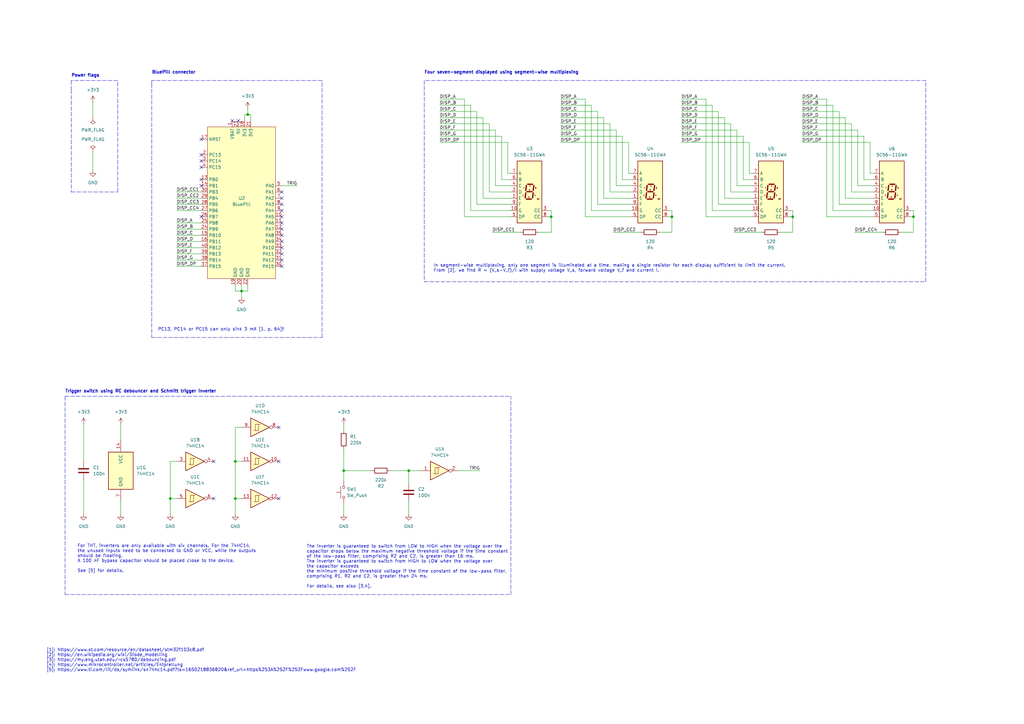
<source format=kicad_sch>
(kicad_sch (version 20211123) (generator eeschema)
  (paper "A3")
  (title_block (title "BluePill Stopwatch") (date "2022-04-15") (rev "0.0.1") (company "Bodo Kaiser"))
  (lib_symbols
    (symbol "74xx:74HC14" (pin_names (offset 1.016))
      (property "Reference" "U" (at 0 1.27 0))
      (property "Value" "74HC14" (at 0 -1.27 0))
      (symbol "74HC14_1_0"
        (polyline (pts (xy -3.81 3.81) (xy -3.81 -3.81) (xy 3.81 0) (xy -3.81 3.81)) (stroke (width 0.254)) (fill (type background)))
        (pin input line (at -7.62 0 0) (length 3.81) (name "~") (number "1"))
        (pin output inverted (at 7.62 0 180) (length 3.81) (name "~") (number "2"))
      )
      (symbol "74HC14_1_1"
        (polyline (pts (xy -1.905 -1.27) (xy -1.905 1.27) (xy -0.635 1.27)))
        (polyline (pts (xy -2.54 -1.27) (xy -0.635 -1.27) (xy -0.635 1.27) (xy 0 1.27)))
      )
      (symbol "74HC14_2_0"
        (polyline (pts (xy -3.81 3.81) (xy -3.81 -3.81) (xy 3.81 0) (xy -3.81 3.81)) (stroke (width 0.254)) (fill (type background)))
        (pin input line (at -7.62 0 0) (length 3.81) (name "~") (number "3"))
        (pin output inverted (at 7.62 0 180) (length 3.81) (name "~") (number "4"))
      )
      (symbol "74HC14_2_1"
        (polyline (pts (xy -1.905 -1.27) (xy -1.905 1.27) (xy -0.635 1.27)))
        (polyline (pts (xy -2.54 -1.27) (xy -0.635 -1.27) (xy -0.635 1.27) (xy 0 1.27)))
      )
      (symbol "74HC14_3_0"
        (polyline (pts (xy -3.81 3.81) (xy -3.81 -3.81) (xy 3.81 0) (xy -3.81 3.81)) (stroke (width 0.254)) (fill (type background)))
        (pin input line (at -7.62 0 0) (length 3.81) (name "~") (number "5"))
        (pin output inverted (at 7.62 0 180) (length 3.81) (name "~") (number "6"))
      )
      (symbol "74HC14_3_1"
        (polyline (pts (xy -1.905 -1.27) (xy -1.905 1.27) (xy -0.635 1.27)))
        (polyline (pts (xy -2.54 -1.27) (xy -0.635 -1.27) (xy -0.635 1.27) (xy 0 1.27)))
      )
      (symbol "74HC14_4_0"
        (polyline (pts (xy -3.81 3.81) (xy -3.81 -3.81) (xy 3.81 0) (xy -3.81 3.81)) (stroke (width 0.254)) (fill (type background)))
        (pin output inverted (at 7.62 0 180) (length 3.81) (name "~") (number "8"))
        (pin input line (at -7.62 0 0) (length 3.81) (name "~") (number "9"))
      )
      (symbol "74HC14_4_1"
        (polyline (pts (xy -1.905 -1.27) (xy -1.905 1.27) (xy -0.635 1.27)))
        (polyline (pts (xy -2.54 -1.27) (xy -0.635 -1.27) (xy -0.635 1.27) (xy 0 1.27)))
      )
      (symbol "74HC14_5_0"
        (polyline (pts (xy -3.81 3.81) (xy -3.81 -3.81) (xy 3.81 0) (xy -3.81 3.81)) (stroke (width 0.254)) (fill (type background)))
        (pin output inverted (at 7.62 0 180) (length 3.81) (name "~") (number "10"))
        (pin input line (at -7.62 0 0) (length 3.81) (name "~") (number "11"))
      )
      (symbol "74HC14_5_1"
        (polyline (pts (xy -1.905 -1.27) (xy -1.905 1.27) (xy -0.635 1.27)))
        (polyline (pts (xy -2.54 -1.27) (xy -0.635 -1.27) (xy -0.635 1.27) (xy 0 1.27)))
      )
      (symbol "74HC14_6_0"
        (polyline (pts (xy -3.81 3.81) (xy -3.81 -3.81) (xy 3.81 0) (xy -3.81 3.81)) (stroke (width 0.254)) (fill (type background)))
        (pin output inverted (at 7.62 0 180) (length 3.81) (name "~") (number "12"))
        (pin input line (at -7.62 0 0) (length 3.81) (name "~") (number "13"))
      )
      (symbol "74HC14_6_1"
        (polyline (pts (xy -1.905 -1.27) (xy -1.905 1.27) (xy -0.635 1.27)))
        (polyline (pts (xy -2.54 -1.27) (xy -0.635 -1.27) (xy -0.635 1.27) (xy 0 1.27)))
      )
      (symbol "74HC14_7_0"
        (pin power_in line (at 0 12.7 270) (length 5.08) (name "VCC") (number "14"))
        (pin power_in line (at 0 -12.7 90) (length 5.08) (name "GND") (number "7"))
      )
      (symbol "74HC14_7_1"
        (rectangle (start -5.08 7.62) (end 5.08 -7.62) (stroke (width 0.254)) (fill (type background)))
      )
    )
    (symbol "Custom:BluePill"
      (property "Reference" "U" (at 0 1.27 0))
      (property "Value" "BluePill" (at 0 -1.27 0))
      (symbol "BluePill_0_1"
        (rectangle (start -13.97 30.48) (end 13.97 -31.75) (fill (type background)))
      )
      (symbol "BluePill_1_1"
        (pin power_in line (at -3.81 33.02 270) (length 2.54) (name "VBAT") (number "1"))
        (pin bidirectional line (at 16.51 -6.35 180) (length 2.54) (name "PA5") (number "10"))
        (pin bidirectional line (at 16.51 -8.89 180) (length 2.54) (name "PA6") (number "11"))
        (pin bidirectional line (at 16.51 -11.43 180) (length 2.54) (name "PA7") (number "12"))
        (pin bidirectional line (at -16.51 8.89 0) (length 2.54) (name "PB0") (number "13"))
        (pin bidirectional line (at -16.51 6.35 0) (length 2.54) (name "PB1") (number "14"))
        (pin bidirectional line (at -16.51 -13.97 0) (length 2.54) (name "PB10") (number "15"))
        (pin bidirectional line (at -16.51 -16.51 0) (length 2.54) (name "PB11") (number "16"))
        (pin input line (at -16.51 25.4 0) (length 2.54) (name "NRST") (number "17"))
        (pin power_in line (at 1.27 33.02 270) (length 2.54) (name "3V3") (number "18"))
        (pin power_in line (at -2.54 -34.29 90) (length 2.54) (name "GND") (number "19"))
        (pin bidirectional line (at -16.51 19.05 0) (length 2.54) (name "PC13") (number "2"))
        (pin power_in line (at 0 -34.29 90) (length 2.54) (name "GND") (number "20"))
        (pin power_in line (at 3.81 33.02 270) (length 2.54) (name "3V3") (number "21"))
        (pin power_in line (at 2.54 -34.29 90) (length 2.54) (name "GND") (number "22"))
        (pin power_in line (at -1.27 33.02 270) (length 2.54) (name "5V") (number "23"))
        (pin bidirectional line (at -16.51 -11.43 0) (length 2.54) (name "PB9") (number "24"))
        (pin bidirectional line (at -16.51 -8.89 0) (length 2.54) (name "PB8") (number "25"))
        (pin bidirectional line (at -16.51 -6.35 0) (length 2.54) (name "PB7") (number "26"))
        (pin bidirectional line (at -16.51 -3.81 0) (length 2.54) (name "PB6") (number "27"))
        (pin bidirectional line (at -16.51 -1.27 0) (length 2.54) (name "PB5") (number "28"))
        (pin bidirectional line (at -16.51 1.27 0) (length 2.54) (name "PB4") (number "29"))
        (pin bidirectional line (at -16.51 16.51 0) (length 2.54) (name "PC14") (number "3"))
        (pin bidirectional line (at 16.51 -26.67 180) (length 2.54) (name "PA15") (number "30"))
        (pin bidirectional line (at -16.51 3.81 0) (length 2.54) (name "PB3") (number "30"))
        (pin bidirectional line (at 16.51 -24.13 180) (length 2.54) (name "PA12") (number "31"))
        (pin bidirectional line (at 16.51 -21.59 180) (length 2.54) (name "PA11") (number "32"))
        (pin bidirectional line (at 16.51 -19.05 180) (length 2.54) (name "PA10") (number "33"))
        (pin bidirectional line (at 16.51 -16.51 180) (length 2.54) (name "PA9") (number "34"))
        (pin bidirectional line (at 16.51 -13.97 180) (length 2.54) (name "PA8") (number "35"))
        (pin bidirectional line (at -16.51 -26.67 0) (length 2.54) (name "PB15") (number "37"))
        (pin bidirectional line (at -16.51 -24.13 0) (length 2.54) (name "PB14") (number "38"))
        (pin bidirectional line (at -16.51 -21.59 0) (length 2.54) (name "PB13") (number "39"))
        (pin bidirectional line (at -16.51 13.97 0) (length 2.54) (name "PC15") (number "4"))
        (pin bidirectional line (at -16.51 -19.05 0) (length 2.54) (name "PB12") (number "40"))
        (pin bidirectional line (at 16.51 6.35 180) (length 2.54) (name "PA0") (number "5"))
        (pin bidirectional line (at 16.51 3.81 180) (length 2.54) (name "PA1") (number "6"))
        (pin bidirectional line (at 16.51 1.27 180) (length 2.54) (name "PA2") (number "7"))
        (pin bidirectional line (at 16.51 -1.27 180) (length 2.54) (name "PA3") (number "8"))
        (pin bidirectional line (at 16.51 -3.81 180) (length 2.54) (name "PA4") (number "9"))
      )
    )
    (symbol "Custom:SC56-11GWA"
      (property "Reference" "U" (at -5.08 13.97 0))
      (property "Value" "SC56-11GWA" (at 5.08 13.97 0))
      (symbol "SC56-11GWA_1_0"
        (text "A" (at 0.254 2.413 0) (effects (font (size 0.508 0.508))))
        (text "B" (at 2.54 1.651 0) (effects (font (size 0.508 0.508))))
        (text "C" (at 2.286 -1.397 0) (effects (font (size 0.508 0.508))))
        (text "D" (at -0.254 -2.159 0) (effects (font (size 0.508 0.508))))
        (text "DP" (at 3.556 -2.921 0) (effects (font (size 0.508 0.508))))
        (text "E" (at -2.54 -1.397 0) (effects (font (size 0.508 0.508))))
        (text "F" (at -2.286 1.651 0) (effects (font (size 0.508 0.508))))
        (text "G" (at 0 0.889 0) (effects (font (size 0.508 0.508))))
      )
      (symbol "SC56-11GWA_1_1"
        (rectangle (start -5.08 12.7) (end 5.08 -12.7) (stroke (width 0.254)) (fill (type background)))
        (polyline (pts (xy -1.524 -0.381) (xy -1.778 -2.413)) (stroke (width 0.508)))
        (polyline (pts (xy -1.27 -2.921) (xy 0.762 -2.921)) (stroke (width 0.508)))
        (polyline (pts (xy -1.27 2.667) (xy -1.524 0.635)) (stroke (width 0.508)))
        (polyline (pts (xy -1.016 0.127) (xy 1.016 0.127)) (stroke (width 0.508)))
        (polyline (pts (xy -0.762 3.175) (xy 1.27 3.175)) (stroke (width 0.508)))
        (polyline (pts (xy 1.524 -0.381) (xy 1.27 -2.413)) (stroke (width 0.508)))
        (polyline (pts (xy 1.778 2.667) (xy 1.524 0.635)) (stroke (width 0.508)))
        (polyline (pts (xy 2.54 -2.921) (xy 2.54 -2.921)) (stroke (width 0.508)))
        (pin input line (at -7.62 -2.54 0) (length 2.54) (name "E") (number "1"))
        (pin input line (at -7.62 -7.62 0) (length 2.54) (name "G") (number "10"))
        (pin input line (at -7.62 0 0) (length 2.54) (name "D") (number "2"))
        (pin input line (at 7.62 -7.62 180) (length 2.54) (name "CC") (number "3"))
        (pin input line (at -7.62 2.54 0) (length 2.54) (name "C") (number "4"))
        (pin input line (at -7.62 -10.16 0) (length 2.54) (name "DP") (number "5"))
        (pin input line (at -7.62 5.08 0) (length 2.54) (name "B") (number "6"))
        (pin input line (at -7.62 7.62 0) (length 2.54) (name "A") (number "7"))
        (pin input line (at 7.62 -10.16 180) (length 2.54) (name "CC") (number "8"))
        (pin input line (at -7.62 -5.08 0) (length 2.54) (name "F") (number "9"))
      )
    )
    (symbol "Device:C" (pin_numbers hide) (pin_names (offset 0.254))
      (property "Reference" "C" (at 0.635 2.54 0))
      (property "Value" "C" (at 0.635 -2.54 0))
      (symbol "C_0_1"
        (polyline (pts (xy -2.032 -0.762) (xy 2.032 -0.762)) (stroke (width 0.508)))
        (polyline (pts (xy -2.032 0.762) (xy 2.032 0.762)) (stroke (width 0.508)))
      )
      (symbol "C_1_1"
        (pin passive line (at 0 3.81 270) (length 2.794) (name "~") (number "1"))
        (pin passive line (at 0 -3.81 90) (length 2.794) (name "~") (number "2"))
      )
    )
    (symbol "Device:R" (pin_numbers hide) (pin_names (offset 0))
      (property "Reference" "R" (at 2.032 0 90))
      (property "Value" "R" (at 0 0 90))
      (symbol "R_0_1"
        (rectangle (start -1.016 -2.54) (end 1.016 2.54) (stroke (width 0.254)))
      )
      (symbol "R_1_1"
        (pin passive line (at 0 3.81 270) (length 1.27) (name "~") (number "1"))
        (pin passive line (at 0 -3.81 90) (length 1.27) (name "~") (number "2"))
      )
    )
    (symbol "Switch:SW_Push" (pin_numbers hide) (pin_names (offset 1.016) hide)
      (property "Reference" "SW" (at 1.27 2.54 0))
      (property "Value" "SW_Push" (at 0 -1.524 0))
      (symbol "SW_Push_0_1"
        (circle (center -2.032 0) (radius 0.508))
        (polyline (pts (xy 0 1.27) (xy 0 3.048)))
        (polyline (pts (xy 2.54 1.27) (xy -2.54 1.27)))
        (circle (center 2.032 0) (radius 0.508))
        (pin passive line (at -5.08 0 0) (length 2.54) (name "1") (number "1"))
        (pin passive line (at 5.08 0 180) (length 2.54) (name "2") (number "2"))
      )
    )
    (symbol "power:+3.3V" (power) (pin_names (offset 0))
      (property "Value" "+3.3V" (at 0 3.556 0))
      (symbol "+3.3V_0_1"
        (polyline (pts (xy -0.762 1.27) (xy 0 2.54)))
        (polyline (pts (xy 0 0) (xy 0 2.54)))
        (polyline (pts (xy 0 2.54) (xy 0.762 1.27)))
      )
      (symbol "+3.3V_1_1"
        (pin power_in line (at 0 0 90) (length 0) hide (name "+3V3") (number "1"))
      )
    )
    (symbol "power:GND" (power) (pin_names (offset 0))
      (property "Value" "GND" (at 0 -3.81 0))
      (symbol "GND_0_1"
        (polyline (pts (xy 0 0) (xy 0 -1.27) (xy 1.27 -1.27) (xy 0 -2.54) (xy -1.27 -1.27) (xy 0 -1.27)))
      )
      (symbol "GND_1_1"
        (pin power_in line (at 0 0 270) (length 0) hide (name "GND") (number "1"))
      )
    )
    (symbol "power:PWR_FLAG" (power) (pin_numbers hide) (pin_names (offset 0) hide)
      (property "Value" "PWR_FLAG" (at 0 3.81 0))
      (symbol "PWR_FLAG_0_0"
        (pin power_out line (at 0 0 90) (length 0) (name "pwr") (number "1"))
      )
      (symbol "PWR_FLAG_0_1"
        (polyline (pts (xy 0 0) (xy 0 1.27) (xy -1.016 1.905) (xy 0 2.54) (xy 1.016 1.905) (xy 0 1.27)))
      )
    )
  )
  (junction (at 325.12 88.9))
  (junction (at 275.59 88.9))
  (junction (at 167.64 193.04))
  (junction (at 226.06 88.9))
  (junction (at 96.52 204.47))
  (junction (at 140.97 193.04))
  (junction (at 69.85 204.47))
  (junction (at 96.52 189.23))
  (junction (at 99.06 119.38))
  (junction (at 101.6 46.99))
  (junction (at 374.65 88.9))
  (no_connect (at 114.3 175.26))
  (no_connect (at 114.3 204.47))
  (no_connect (at 87.63 204.47))
  (no_connect (at 87.63 189.23))
  (no_connect (at 115.57 109.22))
  (no_connect (at 115.57 78.74))
  (no_connect (at 82.55 76.2))
  (no_connect (at 82.55 68.58))
  (no_connect (at 82.55 73.66))
  (no_connect (at 82.55 66.04))
  (no_connect (at 82.55 63.5))
  (no_connect (at 97.79 49.53))
  (no_connect (at 95.25 49.53))
  (no_connect (at 82.55 57.15))
  (no_connect (at 82.55 88.9))
  (no_connect (at 115.57 96.52))
  (no_connect (at 115.57 101.6))
  (no_connect (at 115.57 99.06))
  (no_connect (at 115.57 104.14))
  (no_connect (at 115.57 106.68))
  (no_connect (at 115.57 88.9))
  (no_connect (at 115.57 93.98))
  (no_connect (at 115.57 91.44))
  (no_connect (at 115.57 86.36))
  (no_connect (at 115.57 83.82))
  (no_connect (at 115.57 81.28))
  (no_connect (at 114.3 189.23))
  (wire (pts (xy 72.39 81.28) (xy 82.55 81.28)))
  (wire (pts (xy 351.79 76.2) (xy 351.79 53.34)))
  (wire (pts (xy 308.61 88.9) (xy 289.56 88.9)))
  (wire (pts (xy 279.4 53.34) (xy 302.26 53.34)))
  (wire (pts (xy 72.39 109.22) (xy 82.55 109.22)))
  (wire (pts (xy 140.97 207.01) (xy 140.97 210.82)))
  (wire (pts (xy 69.85 204.47) (xy 72.39 204.47)))
  (wire (pts (xy 252.73 76.2) (xy 252.73 53.34)))
  (wire (pts (xy 208.28 71.12) (xy 208.28 58.42)))
  (polyline (pts (xy 209.55 243.84) (xy 209.55 162.56)))
  (wire (pts (xy 308.61 86.36) (xy 292.1 86.36)))
  (wire (pts (xy 279.4 58.42) (xy 307.34 58.42)))
  (wire (pts (xy 229.87 43.18) (xy 242.57 43.18)))
  (wire (pts (xy 49.53 173.99) (xy 49.53 180.34)))
  (wire (pts (xy 325.12 88.9) (xy 325.12 95.25)))
  (wire (pts (xy 72.39 96.52) (xy 82.55 96.52)))
  (wire (pts (xy 328.93 43.18) (xy 341.63 43.18)))
  (wire (pts (xy 299.72 78.74) (xy 299.72 50.8)))
  (wire (pts (xy 101.6 44.45) (xy 101.6 46.99)))
  (wire (pts (xy 72.39 91.44) (xy 82.55 91.44)))
  (wire (pts (xy 72.39 93.98) (xy 82.55 93.98)))
  (wire (pts (xy 308.61 83.82) (xy 294.64 83.82)))
  (wire (pts (xy 374.65 88.9) (xy 373.38 88.9)))
  (polyline (pts (xy 29.21 33.02) (xy 29.21 36.83)))
  (polyline (pts (xy 29.21 78.74) (xy 48.26 78.74)))
  (polyline (pts (xy 62.23 34.29) (xy 62.23 138.43)))
  (wire (pts (xy 242.57 86.36) (xy 242.57 43.18)))
  (wire (pts (xy 229.87 53.34) (xy 252.73 53.34)))
  (wire (pts (xy 99.06 189.23) (xy 96.52 189.23)))
  (wire (pts (xy 358.14 71.12) (xy 356.87 71.12)))
  (wire (pts (xy 308.61 81.28) (xy 297.18 81.28)))
  (wire (pts (xy 341.63 86.36) (xy 341.63 43.18)))
  (wire (pts (xy 72.39 104.14) (xy 82.55 104.14)))
  (wire (pts (xy 328.93 48.26) (xy 346.71 48.26)))
  (polyline (pts (xy 26.67 162.56) (xy 26.67 243.84)))
  (wire (pts (xy 72.39 189.23) (xy 69.85 189.23)))
  (wire (pts (xy 250.19 78.74) (xy 250.19 50.8)))
  (wire (pts (xy 69.85 204.47) (xy 69.85 210.82)))
  (wire (pts (xy 323.85 86.36) (xy 325.12 86.36)))
  (wire (pts (xy 198.12 81.28) (xy 198.12 48.26)))
  (wire (pts (xy 100.33 46.99) (xy 101.6 46.99)))
  (wire (pts (xy 279.4 55.88) (xy 304.8 55.88)))
  (wire (pts (xy 308.61 73.66) (xy 304.8 73.66)))
  (wire (pts (xy 229.87 45.72) (xy 245.11 45.72)))
  (wire (pts (xy 279.4 43.18) (xy 292.1 43.18)))
  (polyline (pts (xy 173.99 33.02) (xy 173.99 115.57)))
  (wire (pts (xy 180.34 45.72) (xy 195.58 45.72)))
  (wire (pts (xy 209.55 83.82) (xy 195.58 83.82)))
  (wire (pts (xy 38.1 62.23) (xy 38.1 69.85)))
  (wire (pts (xy 274.32 86.36) (xy 275.59 86.36)))
  (wire (pts (xy 72.39 78.74) (xy 82.55 78.74)))
  (wire (pts (xy 34.29 196.85) (xy 34.29 210.82)))
  (wire (pts (xy 259.08 73.66) (xy 255.27 73.66)))
  (polyline (pts (xy 132.08 33.02) (xy 62.23 33.02)))
  (wire (pts (xy 369.57 95.25) (xy 374.65 95.25)))
  (wire (pts (xy 294.64 83.82) (xy 294.64 45.72)))
  (wire (pts (xy 203.2 76.2) (xy 203.2 53.34)))
  (wire (pts (xy 297.18 81.28) (xy 297.18 48.26)))
  (wire (pts (xy 255.27 73.66) (xy 255.27 55.88)))
  (wire (pts (xy 279.4 50.8) (xy 299.72 50.8)))
  (wire (pts (xy 270.51 95.25) (xy 275.59 95.25)))
  (wire (pts (xy 374.65 88.9) (xy 374.65 95.25)))
  (wire (pts (xy 209.55 86.36) (xy 193.04 86.36)))
  (wire (pts (xy 373.38 86.36) (xy 374.65 86.36)))
  (wire (pts (xy 308.61 71.12) (xy 307.34 71.12)))
  (wire (pts (xy 358.14 88.9) (xy 339.09 88.9)))
  (wire (pts (xy 96.52 116.84) (xy 96.52 119.38)))
  (wire (pts (xy 140.97 193.04) (xy 140.97 196.85)))
  (wire (pts (xy 180.34 58.42) (xy 208.28 58.42)))
  (wire (pts (xy 72.39 83.82) (xy 82.55 83.82)))
  (wire (pts (xy 328.93 55.88) (xy 354.33 55.88)))
  (wire (pts (xy 328.93 50.8) (xy 349.25 50.8)))
  (wire (pts (xy 180.34 50.8) (xy 200.66 50.8)))
  (wire (pts (xy 279.4 40.64) (xy 289.56 40.64)))
  (wire (pts (xy 358.14 73.66) (xy 354.33 73.66)))
  (wire (pts (xy 259.08 71.12) (xy 257.81 71.12)))
  (wire (pts (xy 200.66 78.74) (xy 200.66 50.8)))
  (wire (pts (xy 209.55 76.2) (xy 203.2 76.2)))
  (wire (pts (xy 259.08 86.36) (xy 242.57 86.36)))
  (wire (pts (xy 220.98 95.25) (xy 226.06 95.25)))
  (wire (pts (xy 96.52 204.47) (xy 96.52 210.82)))
  (wire (pts (xy 275.59 88.9) (xy 275.59 95.25)))
  (wire (pts (xy 259.08 81.28) (xy 247.65 81.28)))
  (wire (pts (xy 102.87 46.99) (xy 102.87 49.53)))
  (wire (pts (xy 96.52 119.38) (xy 99.06 119.38)))
  (polyline (pts (xy 379.73 33.02) (xy 173.99 33.02)))
  (wire (pts (xy 180.34 53.34) (xy 203.2 53.34)))
  (wire (pts (xy 72.39 106.68) (xy 82.55 106.68)))
  (wire (pts (xy 356.87 71.12) (xy 356.87 58.42)))
  (wire (pts (xy 167.64 198.12) (xy 167.64 193.04)))
  (polyline (pts (xy 62.23 33.02) (xy 62.23 34.29)))
  (wire (pts (xy 354.33 73.66) (xy 354.33 55.88)))
  (wire (pts (xy 99.06 204.47) (xy 96.52 204.47)))
  (wire (pts (xy 190.5 88.9) (xy 190.5 40.64)))
  (wire (pts (xy 279.4 48.26) (xy 297.18 48.26)))
  (wire (pts (xy 374.65 86.36) (xy 374.65 88.9)))
  (wire (pts (xy 180.34 55.88) (xy 205.74 55.88)))
  (wire (pts (xy 292.1 86.36) (xy 292.1 43.18)))
  (wire (pts (xy 308.61 76.2) (xy 302.26 76.2)))
  (wire (pts (xy 180.34 43.18) (xy 193.04 43.18)))
  (polyline (pts (xy 26.67 162.56) (xy 209.55 162.56)))
  (wire (pts (xy 346.71 81.28) (xy 346.71 48.26)))
  (wire (pts (xy 101.6 119.38) (xy 99.06 119.38)))
  (wire (pts (xy 350.52 95.25) (xy 361.95 95.25)))
  (wire (pts (xy 115.57 76.2) (xy 121.92 76.2)))
  (wire (pts (xy 96.52 175.26) (xy 96.52 189.23)))
  (wire (pts (xy 349.25 78.74) (xy 349.25 50.8)))
  (polyline (pts (xy 48.26 33.02) (xy 29.21 33.02)))
  (wire (pts (xy 358.14 86.36) (xy 341.63 86.36)))
  (wire (pts (xy 358.14 78.74) (xy 349.25 78.74)))
  (wire (pts (xy 229.87 40.64) (xy 240.03 40.64)))
  (wire (pts (xy 201.93 95.25) (xy 213.36 95.25)))
  (wire (pts (xy 289.56 88.9) (xy 289.56 40.64)))
  (wire (pts (xy 209.55 88.9) (xy 190.5 88.9)))
  (wire (pts (xy 140.97 173.99) (xy 140.97 176.53)))
  (wire (pts (xy 209.55 71.12) (xy 208.28 71.12)))
  (polyline (pts (xy 48.26 78.74) (xy 48.26 33.02)))
  (wire (pts (xy 101.6 46.99) (xy 102.87 46.99)))
  (polyline (pts (xy 29.21 36.83) (xy 29.21 78.74)))
  (wire (pts (xy 72.39 99.06) (xy 82.55 99.06)))
  (polyline (pts (xy 173.99 115.57) (xy 379.73 115.57)))
  (wire (pts (xy 226.06 88.9) (xy 224.79 88.9)))
  (wire (pts (xy 247.65 81.28) (xy 247.65 48.26)))
  (wire (pts (xy 257.81 71.12) (xy 257.81 58.42)))
  (wire (pts (xy 229.87 58.42) (xy 257.81 58.42)))
  (wire (pts (xy 72.39 101.6) (xy 82.55 101.6)))
  (wire (pts (xy 279.4 45.72) (xy 294.64 45.72)))
  (wire (pts (xy 259.08 78.74) (xy 250.19 78.74)))
  (wire (pts (xy 307.34 71.12) (xy 307.34 58.42)))
  (wire (pts (xy 339.09 88.9) (xy 339.09 40.64)))
  (wire (pts (xy 325.12 88.9) (xy 323.85 88.9)))
  (wire (pts (xy 193.04 86.36) (xy 193.04 43.18)))
  (wire (pts (xy 160.02 193.04) (xy 167.64 193.04)))
  (wire (pts (xy 229.87 48.26) (xy 247.65 48.26)))
  (wire (pts (xy 140.97 184.15) (xy 140.97 193.04)))
  (wire (pts (xy 229.87 55.88) (xy 255.27 55.88)))
  (wire (pts (xy 275.59 86.36) (xy 275.59 88.9)))
  (wire (pts (xy 325.12 86.36) (xy 325.12 88.9)))
  (wire (pts (xy 328.93 40.64) (xy 339.09 40.64)))
  (wire (pts (xy 69.85 189.23) (xy 69.85 204.47)))
  (polyline (pts (xy 62.23 138.43) (xy 132.08 138.43)))
  (wire (pts (xy 275.59 88.9) (xy 274.32 88.9)))
  (wire (pts (xy 187.96 193.04) (xy 196.85 193.04)))
  (wire (pts (xy 49.53 205.74) (xy 49.53 210.82)))
  (wire (pts (xy 180.34 40.64) (xy 190.5 40.64)))
  (wire (pts (xy 358.14 81.28) (xy 346.71 81.28)))
  (wire (pts (xy 240.03 88.9) (xy 240.03 40.64)))
  (wire (pts (xy 209.55 78.74) (xy 200.66 78.74)))
  (wire (pts (xy 226.06 88.9) (xy 226.06 95.25)))
  (wire (pts (xy 195.58 83.82) (xy 195.58 45.72)))
  (wire (pts (xy 101.6 116.84) (xy 101.6 119.38)))
  (wire (pts (xy 38.1 41.91) (xy 38.1 48.26)))
  (wire (pts (xy 300.99 95.25) (xy 312.42 95.25)))
  (wire (pts (xy 229.87 50.8) (xy 250.19 50.8)))
  (wire (pts (xy 358.14 83.82) (xy 344.17 83.82)))
  (wire (pts (xy 259.08 83.82) (xy 245.11 83.82)))
  (polyline (pts (xy 26.67 243.84) (xy 209.55 243.84)))
  (wire (pts (xy 358.14 76.2) (xy 351.79 76.2)))
  (wire (pts (xy 99.06 119.38) (xy 99.06 121.92)))
  (wire (pts (xy 205.74 73.66) (xy 205.74 55.88)))
  (wire (pts (xy 100.33 46.99) (xy 100.33 49.53)))
  (wire (pts (xy 72.39 86.36) (xy 82.55 86.36)))
  (wire (pts (xy 344.17 83.82) (xy 344.17 45.72)))
  (wire (pts (xy 180.34 48.26) (xy 198.12 48.26)))
  (wire (pts (xy 304.8 73.66) (xy 304.8 55.88)))
  (wire (pts (xy 302.26 76.2) (xy 302.26 53.34)))
  (wire (pts (xy 245.11 83.82) (xy 245.11 45.72)))
  (wire (pts (xy 209.55 73.66) (xy 205.74 73.66)))
  (wire (pts (xy 226.06 86.36) (xy 226.06 88.9)))
  (wire (pts (xy 251.46 95.25) (xy 262.89 95.25)))
  (polyline (pts (xy 132.08 138.43) (xy 132.08 33.02)))
  (polyline (pts (xy 379.73 115.57) (xy 379.73 33.02)))
  (wire (pts (xy 34.29 173.99) (xy 34.29 189.23)))
  (wire (pts (xy 99.06 119.38) (xy 99.06 116.84)))
  (wire (pts (xy 328.93 53.34) (xy 351.79 53.34)))
  (wire (pts (xy 328.93 45.72) (xy 344.17 45.72)))
  (wire (pts (xy 308.61 78.74) (xy 299.72 78.74)))
  (wire (pts (xy 209.55 81.28) (xy 198.12 81.28)))
  (wire (pts (xy 99.06 175.26) (xy 96.52 175.26)))
  (wire (pts (xy 167.64 193.04) (xy 172.72 193.04)))
  (wire (pts (xy 328.93 58.42) (xy 356.87 58.42)))
  (wire (pts (xy 259.08 88.9) (xy 240.03 88.9)))
  (wire (pts (xy 96.52 189.23) (xy 96.52 204.47)))
  (wire (pts (xy 259.08 76.2) (xy 252.73 76.2)))
  (wire (pts (xy 140.97 193.04) (xy 152.4 193.04)))
  (wire (pts (xy 320.04 95.25) (xy 325.12 95.25)))
  (wire (pts (xy 224.79 86.36) (xy 226.06 86.36)))
  (wire (pts (xy 167.64 205.74) (xy 167.64 210.82)))
  (text "For THT, inverters are only available with six channels. For the 74HC14,\nthe unused inputs need to be connected to GND or VCC, while the outputs\nshould be floating.\nA 100 nF bypass capacitor should be placed close to the device.\n\nSee [5] for details." (at 31.75 234.95 0) (effects (font (size 1.27 1.27)) (justify left bottom)))
  (text "Power flags" (at 29.21 31.75 0) (effects (font (size 1.27 1.27) (thickness 0.254) bold) (justify left bottom)))
  (text "[1]: https://www.st.com/resource/en/datasheet/stm32f103c8.pdf\n[2]: https://en.wikipedia.org/wiki/Diode_modelling\n[3]: https://my.eng.utah.edu/~cs5780/debouncing.pdf\n[4]: https://www.mikrocontroller.net/articles/Entprellung\n[5]: https://www.ti.com/lit/ds/symlink/sn74hc14.pdf?ts=1650218836820&ref_url=https%253A%252F%252Fwww.google.com%252F" (at 19.05 275.59 0) (effects (font (size 1.27 1.27)) (justify left bottom)))
  (text "BluePill connector" (at 62.23 30.48 0) (effects (font (size 1.27 1.27) (thickness 0.254) bold) (justify left bottom)))
  (text "In segment-wise multiplexing, only one segment is illuminated at a time, making a single resistor for each display sufficient to limit the current.\nFrom [2], we find R = (V_s-V_f)/I with supply voltage V_s, forward voltage V_f and current I." (at 177.8 111.76 0) (effects (font (size 1.27 1.27)) (justify left bottom)))
  (text "Trigger switch using RC debouncer and Schmitt trigger inverter" (at 26.67 161.29 0) (effects (font (size 1.27 1.27) (thickness 0.254) bold) (justify left bottom)))
  (text "PC13, PC14 or PC15 can only sink 3 mA [1, p. 64]!" (at 64.77 135.89 0) (effects (font (size 1.27 1.27)) (justify left bottom)))
  (text "The inverter is guaranteed to switch from LOW to HIGH when the voltage over the\ncapacitor drops below the maximum negative threshold voltage if the time constant\nof the low-pass filter, comprising R2 and C2, is greater than 16 ms.\nThe inverter is guaranteed to switch from HIGH to LOW when the voltage over\nthe capacitor exceeds\nthe minimum positive threshold voltage if the time constant of the low-pass filter,\ncomprising R1, R2 and C2, is greater than 24 ms.\n\nFor details, see also [3,4]." (at 125.73 241.3 0) (effects (font (size 1.27 1.27)) (justify left bottom)))
  (text "Four seven-segment displayed using segment-wise multiplexing\n" (at 173.99 30.48 0) (effects (font (size 1.27 1.27) (thickness 0.254) bold) (justify left bottom)))
  (label "DISP_G" (at 72.39 106.68 0))
  (label "DISP_G" (at 180.34 55.88 0))
  (label "DISP_CC2" (at 72.39 81.28 0))
  (label "DISP_B" (at 328.93 43.18 0))
  (label "DISP_CC1" (at 201.93 95.25 0))
  (label "DISP_E" (at 72.39 101.6 0))
  (label "DISP_DP" (at 279.4 58.42 0))
  (label "DISP_A" (at 328.93 40.64 0))
  (label "DISP_C" (at 72.39 96.52 0))
  (label "DISP_DP" (at 229.87 58.42 0))
  (label "DISP_F" (at 328.93 53.34 0))
  (label "DISP_DP" (at 180.34 58.42 0))
  (label "DISP_A" (at 180.34 40.64 0))
  (label "DISP_D" (at 328.93 48.26 0))
  (label "DISP_C" (at 180.34 45.72 0))
  (label "DISP_CC3" (at 300.99 95.25 0))
  (label "DISP_CC2" (at 251.46 95.25 0))
  (label "DISP_F" (at 229.87 53.34 0))
  (label "DISP_DP" (at 328.93 58.42 0))
  (label "TRIG" (at 121.92 76.2 180))
  (label "DISP_A" (at 229.87 40.64 0))
  (label "DISP_G" (at 328.93 55.88 0))
  (label "DISP_G" (at 279.4 55.88 0))
  (label "DISP_B" (at 229.87 43.18 0))
  (label "DISP_B" (at 279.4 43.18 0))
  (label "DISP_C" (at 328.93 45.72 0))
  (label "DISP_CC1" (at 72.39 78.74 0))
  (label "DISP_D" (at 229.87 48.26 0))
  (label "DISP_F" (at 72.39 104.14 0))
  (label "DISP_CC4" (at 72.39 86.36 0))
  (label "DISP_F" (at 180.34 53.34 0))
  (label "DISP_CC3" (at 72.39 83.82 0))
  (label "DISP_E" (at 229.87 50.8 0))
  (label "DISP_C" (at 279.4 45.72 0))
  (label "DISP_D" (at 180.34 48.26 0))
  (label "DISP_CC4" (at 350.52 95.25 0))
  (label "TRIG" (at 196.85 193.04 180))
  (label "DISP_B" (at 72.39 93.98 0))
  (label "DISP_A" (at 72.39 91.44 0))
  (label "DISP_A" (at 279.4 40.64 0))
  (label "DISP_DP" (at 72.39 109.22 0))
  (label "DISP_C" (at 229.87 45.72 0))
  (label "DISP_E" (at 279.4 50.8 0))
  (label "DISP_B" (at 180.34 43.18 0))
  (label "DISP_E" (at 180.34 50.8 0))
  (label "DISP_G" (at 229.87 55.88 0))
  (label "DISP_D" (at 279.4 48.26 0))
  (label "DISP_E" (at 328.93 50.8 0))
  (label "DISP_D" (at 72.39 99.06 0))
  (label "DISP_F" (at 279.4 53.34 0))
  (symbol (lib_id "power:PWR_FLAG") (at 38.1 48.26 180) (unit 1)
    (property "Reference" "#FLG01" (effects hide))
    (property "Value" "PWR_FLAG" (at 38.1 53.34 0))
  )
  (symbol (lib_id "74xx:74HC14") (at 106.68 175.26 0) (unit 4)
    (property "Reference" "U1" (at 106.68 166.37 0))
    (property "Value" "74HC14" (at 106.68 168.91 0))
    (property "Footprint" "Package_DIP:DIP-14_W7.62mm" (effects hide))
    (property "Datasheet" "http://www.ti.com/lit/gpn/sn74HC14" (effects hide))
  )
  (symbol (lib_id "Device:C") (at 167.64 201.93 0) (unit 1)
    (property "Reference" "C2" (at 171.45 200.6599 0) (effects (justify left)))
    (property "Value" "100n" (at 171.45 203.1999 0) (effects (justify left)))
    (property "Footprint" "Capacitor_THT:C_Disc_D3.0mm_W2.0mm_P2.50mm" (effects hide))
  )
  (symbol (lib_id "Custom:SC56-11GWA") (at 217.17 78.74 0) (unit 1)
    (property "Reference" "U3" (at 217.17 60.96 0))
    (property "Value" "SC56-11GWA" (at 217.17 63.5 0))
    (property "Footprint" "Custom:SC56-11GWA" (effects hide))
    (property "Datasheet" "https://www.kingbrightusa.com/images/catalog/SPEC/SC56-11GWA.pdf" (effects hide))
  )
  (symbol (lib_id "Device:C") (at 34.29 193.04 0) (unit 1)
    (property "Reference" "C1" (at 38.1 191.7699 0) (effects (justify left)))
    (property "Value" "100n" (at 38.1 194.3099 0) (effects (justify left)))
    (property "Footprint" "Capacitor_THT:C_Disc_D3.0mm_W2.0mm_P2.50mm" (effects hide))
  )
  (symbol (lib_id "power:+3.3V") (at 49.53 173.99 0) (unit 1)
    (property "Reference" "#PWR05" (effects hide))
    (property "Value" "+3.3V" (at 49.53 168.91 0))
  )
  (symbol (lib_id "Custom:SC56-11GWA") (at 266.7 78.74 0) (unit 1)
    (property "Reference" "U4" (at 266.7 60.96 0))
    (property "Value" "SC56-11GWA" (at 266.7 63.5 0))
    (property "Footprint" "Custom:SC56-11GWA" (effects hide))
    (property "Datasheet" "https://www.kingbrightusa.com/images/catalog/SPEC/SC56-11GWA.pdf" (effects hide))
  )
  (symbol (lib_id "Custom:SC56-11GWA") (at 316.23 78.74 0) (unit 1)
    (property "Reference" "U5" (at 316.23 60.96 0))
    (property "Value" "SC56-11GWA" (at 316.23 63.5 0))
    (property "Footprint" "Custom:SC56-11GWA" (effects hide))
    (property "Datasheet" "https://www.kingbrightusa.com/images/catalog/SPEC/SC56-11GWA.pdf" (effects hide))
  )
  (symbol (lib_id "power:GND") (at 140.97 210.82 0) (unit 1)
    (property "Reference" "#PWR012" (effects hide))
    (property "Value" "GND" (at 140.97 215.9 0))
  )
  (symbol (lib_id "Device:R") (at 316.23 95.25 270) (unit 1)
    (property "Reference" "R5" (at 316.23 101.6 90))
    (property "Value" "120" (at 316.23 99.06 90))
    (property "Footprint" "Resistor_THT:R_Axial_DIN0207_L6.3mm_D2.5mm_P10.16mm_Horizontal" (effects hide))
  )
  (symbol (lib_id "Device:R") (at 266.7 95.25 270) (unit 1)
    (property "Reference" "R4" (at 266.7 101.6 90))
    (property "Value" "120" (at 266.7 99.06 90))
    (property "Footprint" "Resistor_THT:R_Axial_DIN0207_L6.3mm_D2.5mm_P10.16mm_Horizontal" (effects hide))
  )
  (symbol (lib_id "power:+3.3V") (at 34.29 173.99 0) (unit 1)
    (property "Reference" "#PWR01" (effects hide))
    (property "Value" "+3.3V" (at 34.29 168.91 0))
  )
  (symbol (lib_id "Custom:SC56-11GWA") (at 365.76 78.74 0) (unit 1)
    (property "Reference" "U6" (at 365.76 60.96 0))
    (property "Value" "SC56-11GWA" (at 365.76 63.5 0))
    (property "Footprint" "Custom:SC56-11GWA" (effects hide))
    (property "Datasheet" "https://www.kingbrightusa.com/images/catalog/SPEC/SC56-11GWA.pdf" (effects hide))
  )
  (symbol (lib_id "power:+3.3V") (at 38.1 41.91 0) (unit 1)
    (property "Reference" "#PWR03" (effects hide))
    (property "Value" "+3.3V" (at 38.1 36.83 0))
  )
  (symbol (lib_id "power:GND") (at 96.52 210.82 0) (unit 1)
    (property "Reference" "#PWR08" (effects hide))
    (property "Value" "GND" (at 96.52 215.9 0))
  )
  (symbol (lib_id "Switch:SW_Push") (at 140.97 201.93 90) (unit 1)
    (property "Reference" "SW1" (at 142.24 200.6599 90) (effects (justify right)))
    (property "Value" "SW_Push" (at 142.24 203.1999 90) (effects (justify right)))
  )
  (symbol (lib_id "power:GND") (at 69.85 210.82 0) (unit 1)
    (property "Reference" "#PWR07" (effects hide))
    (property "Value" "GND" (at 69.85 215.9 0))
  )
  (symbol (lib_id "74xx:74HC14") (at 80.01 204.47 0) (unit 3)
    (property "Reference" "U1" (at 80.01 195.58 0))
    (property "Value" "74HC14" (at 80.01 198.12 0))
    (property "Footprint" "Package_DIP:DIP-14_W7.62mm" (effects hide))
    (property "Datasheet" "http://www.ti.com/lit/gpn/sn74HC14" (effects hide))
  )
  (symbol (lib_id "power:PWR_FLAG") (at 38.1 62.23 0) (unit 1)
    (property "Reference" "#FLG02" (effects hide))
    (property "Value" "PWR_FLAG" (at 38.1 57.15 0))
  )
  (symbol (lib_id "power:GND") (at 99.06 121.92 0) (unit 1)
    (property "Reference" "#PWR09" (effects hide))
    (property "Value" "GND" (at 99.06 127 0))
  )
  (symbol (lib_id "power:+3.3V") (at 140.97 173.99 0) (unit 1)
    (property "Reference" "#PWR011" (effects hide))
    (property "Value" "+3.3V" (at 140.97 168.91 0))
  )
  (symbol (lib_id "Custom:BluePill") (at 99.06 82.55 0) (unit 1)
    (property "Reference" "U2" (at 97.79 81.28 0) (effects (justify left)))
    (property "Value" "BluePill" (at 95.25 83.82 0) (effects (justify left)))
  )
  (symbol (lib_id "power:GND") (at 34.29 210.82 0) (unit 1)
    (property "Reference" "#PWR02" (effects hide))
    (property "Value" "GND" (at 34.29 215.9 0))
  )
  (symbol (lib_id "Device:R") (at 140.97 180.34 0) (unit 1)
    (property "Reference" "R1" (at 143.51 179.0699 0) (effects (justify left)))
    (property "Value" "220k" (at 143.51 181.6099 0) (effects (justify left)))
    (property "Footprint" "Resistor_THT:R_Axial_DIN0207_L6.3mm_D2.5mm_P10.16mm_Horizontal" (effects hide))
  )
  (symbol (lib_id "power:GND") (at 167.64 210.82 0) (unit 1)
    (property "Reference" "#PWR013" (effects hide))
    (property "Value" "GND" (at 167.64 215.9 0))
  )
  (symbol (lib_id "74xx:74HC14") (at 106.68 189.23 0) (unit 5)
    (property "Reference" "U1" (at 106.68 180.34 0))
    (property "Value" "74HC14" (at 106.68 182.88 0))
    (property "Footprint" "Package_DIP:DIP-14_W7.62mm" (effects hide))
    (property "Datasheet" "http://www.ti.com/lit/gpn/sn74HC14" (effects hide))
  )
  (symbol (lib_id "74xx:74HC14") (at 80.01 189.23 0) (unit 2)
    (property "Reference" "U1" (at 80.01 180.34 0))
    (property "Value" "74HC14" (at 80.01 182.88 0))
    (property "Footprint" "Package_DIP:DIP-14_W7.62mm" (effects hide))
    (property "Datasheet" "http://www.ti.com/lit/gpn/sn74HC14" (effects hide))
  )
  (symbol (lib_id "Device:R") (at 217.17 95.25 270) (unit 1)
    (property "Reference" "R3" (at 217.17 101.6 90))
    (property "Value" "120" (at 217.17 99.06 90))
    (property "Footprint" "Resistor_THT:R_Axial_DIN0207_L6.3mm_D2.5mm_P10.16mm_Horizontal" (effects hide))
  )
  (symbol (lib_id "power:GND") (at 49.53 210.82 0) (unit 1)
    (property "Reference" "#PWR06" (effects hide))
    (property "Value" "GND" (at 49.53 215.9 0))
  )
  (symbol (lib_id "power:GND") (at 38.1 69.85 0) (unit 1)
    (property "Reference" "#PWR04" (effects hide))
    (property "Value" "GND" (at 38.1 74.93 0))
  )
  (symbol (lib_id "power:+3.3V") (at 101.6 44.45 0) (unit 1)
    (property "Reference" "#PWR010" (effects hide))
    (property "Value" "+3.3V" (at 101.6 39.37 0))
  )
  (symbol (lib_id "74xx:74HC14") (at 106.68 204.47 0) (unit 6)
    (property "Reference" "U1" (at 106.68 195.58 0))
    (property "Value" "74HC14" (at 106.68 198.12 0))
    (property "Footprint" "Package_DIP:DIP-14_W7.62mm" (effects hide))
    (property "Datasheet" "http://www.ti.com/lit/gpn/sn74HC14" (effects hide))
  )
  (symbol (lib_id "Device:R") (at 365.76 95.25 270) (unit 1)
    (property "Reference" "R6" (at 365.76 101.6 90))
    (property "Value" "120" (at 365.76 99.06 90))
    (property "Footprint" "Resistor_THT:R_Axial_DIN0207_L6.3mm_D2.5mm_P10.16mm_Horizontal" (effects hide))
  )
  (symbol (lib_id "74xx:74HC14") (at 49.53 193.04 0) (unit 7)
    (property "Reference" "U1" (at 55.88 191.7699 0) (effects (justify left)))
    (property "Value" "74HC14" (at 55.88 194.3099 0) (effects (justify left)))
    (property "Footprint" "Package_DIP:DIP-14_W7.62mm" (effects hide))
    (property "Datasheet" "http://www.ti.com/lit/gpn/sn74HC14" (effects hide))
  )
  (symbol (lib_id "74xx:74HC14") (at 180.34 193.04 0) (unit 1)
    (property "Reference" "U1" (at 180.34 184.15 0))
    (property "Value" "74HC14" (at 180.34 186.69 0))
    (property "Footprint" "Package_DIP:DIP-14_W7.62mm" (effects hide))
    (property "Datasheet" "http://www.ti.com/lit/gpn/sn74HC14" (effects hide))
  )
  (symbol (lib_id "Device:R") (at 156.21 193.04 270) (unit 1)
    (property "Reference" "R2" (at 156.21 199.39 90))
    (property "Value" "220k" (at 156.21 196.85 90))
    (property "Footprint" "Resistor_THT:R_Axial_DIN0207_L6.3mm_D2.5mm_P10.16mm_Horizontal" (effects hide))
  )
)
</source>
